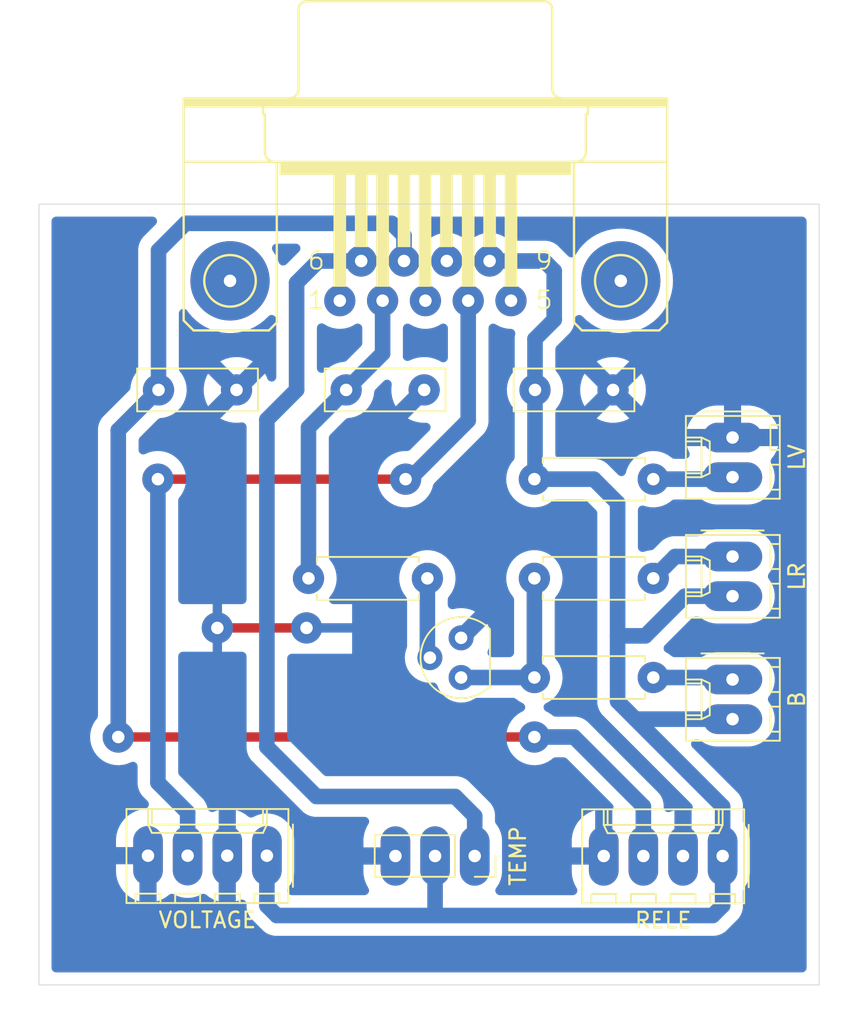
<source format=kicad_pcb>
(kicad_pcb (version 20211014) (generator pcbnew)
  (layers (0 "F.Cu" signal) (31 "B.Cu" signal) (34 "B.Paste" user) (35 "F.Paste" user) (36 "B.SilkS" user "B.Silkscreen") (37 "F.SilkS" user "F.Silkscreen") (38 "B.Mask" user) (39 "F.Mask" user) (44 "Edge.Cuts" user))
  (net 0 "")
  (net 1 "Net-(C1-Pad1)")
  (net 2 "GND")
  (net 3 "+5V")
  (net 4 "Net-(C4-Pad1)")
  (net 5 "Net-(JP1-Pad1)")
  (net 6 "Net-(LED0-Pad1)")
  (net 7 "Net-(Q1-Pad2)")
  (net 8 "Net-(Q1-Pad3)")
  (net 9 "Net-(R2-Pad2)")
  (net 10 "Net-(R3-Pad2)")
  (net 11 "Net-(VOLTAGE0-Pad2)")
  (footprint "Connector_Molex:Molex_KK-254_AE-6410-02A_1x02_P2.54mm_Vertical" (layer "F.Cu") (at 44.45 -27.432 -90)
    (fp_text reference "LR" (at 1.27 -4.12 90) (layer "F.SilkS"))
    (fp_text value "LED_ROJO" hide)
    (fp_line (start -0.8 -2.43) (end 0.8 -2.43) (layer "F.SilkS") (width 0.12))
    (fp_line (start 3.92 -3.03) (end -1.38 -3.03) (layer "F.SilkS") (width 0.12))
    (fp_line (start 1.74 -3.03) (end 1.74 -2.43) (layer "F.SilkS") (width 0.12))
    (fp_line (start 3.92 2.99) (end 3.92 -3.03) (layer "F.SilkS") (width 0.12))
    (fp_line (start 0.25 1.46) (end 2.29 1.46) (layer "F.SilkS") (width 0.12))
    (fp_line (start 0.8 -2.43) (end 0.8 -3.03) (layer "F.SilkS") (width 0.12))
    (fp_line (start -0.8 -3.03) (end -0.8 -2.43) (layer "F.SilkS") (width 0.12))
    (fp_line (start -1.38 -3.03) (end -1.38 2.99) (layer "F.SilkS") (width 0.12))
    (fp_line (start 2.29 2.99) (end 2.29 1.99) (layer "F.SilkS") (width 0.12))
    (fp_line (start -1.67 -2) (end -1.67 2) (layer "F.SilkS") (width 0.12))
    (fp_line (start 0 2.99) (end 0 1.99) (layer "F.SilkS") (width 0.12))
    (fp_line (start 2.29 1.46) (end 2.54 1.99) (layer "F.SilkS") (width 0.12))
    (fp_line (start 1.74 -2.43) (end 3.34 -2.43) (layer "F.SilkS") (width 0.12))
    (fp_line (start 3.34 -2.43) (end 3.34 -3.03) (layer "F.SilkS") (width 0.12))
    (fp_line (start -1.38 2.99) (end 3.92 2.99) (layer "F.SilkS") (width 0.12))
    (fp_line (start 2.54 1.99) (end 2.54 2.99) (layer "F.SilkS") (width 0.12))
    (fp_line (start 0 1.99) (end 0.25 1.46) (layer "F.SilkS") (width 0.12))
    (fp_line (start 0 1.99) (end 2.54 1.99) (layer "F.SilkS") (width 0.12))
    (fp_line (start 0.25 2.99) (end 0.25 1.99) (layer "F.SilkS") (width 0.12))
    (pad "1" thru_hole oval (at 2.54 0) (size 3.8 1.9) (drill 0.8) (layers *.Cu *.Mask) (net 3 "+5V"))
    (pad "2" thru_hole oval (at 0 0) (size 3.8 1.9) (drill 0.8) (layers *.Cu *.Mask) (net 10 "Net-(R3-Pad2)"))
  )
  (footprint "Connector_Molex:Molex_KK-254_AE-6410-04A_1x04_P2.54mm_Vertical" (layer "F.Cu") (at 14.605 -8.275 180)
    (fp_text reference "VOLTAGE" (at 3.81 -4.12) (layer "F.SilkS"))
    (fp_text value "22-23-2041" hide)
    (fp_line (start 7.37 1.46) (end 7.62 1.99) (layer "F.SilkS") (width 0.12))
    (fp_line (start -1.38 -3.03) (end -1.38 2.99) (layer "F.SilkS") (width 0.12))
    (fp_line (start 1.74 -2.43) (end 3.34 -2.43) (layer "F.SilkS") (width 0.12))
    (fp_line (start 7.37 2.99) (end 7.37 1.99) (layer "F.SilkS") (width 0.12))
    (fp_line (start 3.34 -2.43) (end 3.34 -3.03) (layer "F.SilkS") (width 0.12))
    (fp_line (start 0 1.99) (end 0.25 1.46) (layer "F.SilkS") (width 0.12))
    (fp_line (start 1.74 -3.03) (end 1.74 -2.43) (layer "F.SilkS") (width 0.12))
    (fp_line (start 0 2.99) (end 0 1.99) (layer "F.SilkS") (width 0.12))
    (fp_line (start -1.38 2.99) (end 9 2.99) (layer "F.SilkS") (width 0.12))
    (fp_line (start 0 1.99) (end 7.62 1.99) (layer "F.SilkS") (width 0.12))
    (fp_line (start -0.8 -3.03) (end -0.8 -2.43) (layer "F.SilkS") (width 0.12))
    (fp_line (start 6.82 -2.43) (end 8.42 -2.43) (layer "F.SilkS") (width 0.12))
    (fp_line (start 9 2.99) (end 9 -3.03) (layer "F.SilkS") (width 0.12))
    (fp_line (start -1.67 -2) (end -1.67 2) (layer "F.SilkS") (width 0.12))
    (fp_line (start 4.28 -2.43) (end 5.88 -2.43) (layer "F.SilkS") (width 0.12))
    (fp_line (start 0.25 1.46) (end 7.37 1.46) (layer "F.SilkS") (width 0.12))
    (fp_line (start 0.8 -2.43) (end 0.8 -3.03) (layer "F.SilkS") (width 0.12))
    (fp_line (start -0.8 -2.43) (end 0.8 -2.43) (layer "F.SilkS") (width 0.12))
    (fp_line (start 5.88 -2.43) (end 5.88 -3.03) (layer "F.SilkS") (width 0.12))
    (fp_line (start 8.42 -2.43) (end 8.42 -3.03) (layer "F.SilkS") (width 0.12))
    (fp_line (start 4.28 -3.03) (end 4.28 -2.43) (layer "F.SilkS") (width 0.12))
    (fp_line (start 9 -3.03) (end -1.38 -3.03) (layer "F.SilkS") (width 0.12))
    (fp_line (start 6.82 -3.03) (end 6.82 -2.43) (layer "F.SilkS") (width 0.12))
    (fp_line (start 7.62 1.99) (end 7.62 2.99) (layer "F.SilkS") (width 0.12))
    (fp_line (start 0.25 2.99) (end 0.25 1.99) (layer "F.SilkS") (width 0.12))
    (pad "1" thru_hole oval (at 7.62 0 270) (size 3.8 1.9) (drill 0.8) (layers *.Cu *.Mask) (net 2 "GND"))
    (pad "2" thru_hole oval (at 5.08 0 270) (size 3.8 1.9) (drill 0.8) (layers *.Cu *.Mask) (net 11 "Net-(VOLTAGE0-Pad2)"))
    (pad "3" thru_hole oval (at 2.54 0 270) (size 3.8 1.9) (drill 0.8) (layers *.Cu *.Mask) (net 2 "GND"))
    (pad "4" thru_hole oval (at 0 0 270) (size 3.8 1.9) (drill 0.8) (layers *.Cu *.Mask) (net 3 "+5V"))
  )
  (footprint "Connector_PinSocket_2.54mm:PinSocket_1x03_P2.54mm_Vertical" (layer "F.Cu") (at 27.925 -8.255 -90)
    (fp_text reference "TEMP" (at 0 -2.77 90) (layer "F.SilkS"))
    (fp_text value "PINHD-1X3" hide)
    (fp_line (start -1.33 6.41) (end 1.33 6.41) (layer "F.SilkS") (width 0.12))
    (fp_line (start -1.33 1.27) (end 1.33 1.27) (layer "F.SilkS") (width 0.12))
    (fp_line (start 1.33 -1.33) (end 1.33 0) (layer "F.SilkS") (width 0.12))
    (fp_line (start 1.33 1.27) (end 1.33 6.41) (layer "F.SilkS") (width 0.12))
    (fp_line (start -1.33 1.27) (end -1.33 6.41) (layer "F.SilkS") (width 0.12))
    (fp_line (start 0 -1.33) (end 1.33 -1.33) (layer "F.SilkS") (width 0.12))
    (pad "1" thru_hole oval (at 0 0 270) (size 3.8 1.9) (drill 0.8) (layers *.Cu *.Mask) (net 5 "Net-(JP1-Pad1)"))
    (pad "2" thru_hole oval (at 0 2.54 270) (size 3.8 1.9) (drill 0.8) (layers *.Cu *.Mask) (net 3 "+5V"))
    (pad "3" thru_hole oval (at 0 5.08 270) (size 3.8 1.9) (drill 0.8) (layers *.Cu *.Mask) (net 2 "GND"))
  )
  (footprint "Resistor_THT:R_Axial_DIN0207_L6.3mm_D2.5mm_P7.62mm_Horizontal" (layer "F.Cu") (at 31.75 -32.385)
    (fp_text reference "R4" hide)
    (fp_text value "470Ω")
    (fp_line (start 0.54 1.37) (end 7.08 1.37) (layer "F.SilkS") (width 0.12))
    (fp_line (start 0.54 -1.37) (end 7.08 -1.37) (layer "F.SilkS") (width 0.12))
    (fp_line (start 7.08 1.37) (end 7.08 1.04) (layer "F.SilkS") (width 0.12))
    (fp_line (start 7.08 -1.37) (end 7.08 -1.04) (layer "F.SilkS") (width 0.12))
    (fp_line (start 0.54 1.04) (end 0.54 1.37) (layer "F.SilkS") (width 0.12))
    (fp_line (start 0.54 -1.04) (end 0.54 -1.37) (layer "F.SilkS") (width 0.12))
    (pad "1" thru_hole circle (at 0 0) (size 2 2) (drill 0.8) (layers *.Cu *.Mask) (net 3 "+5V"))
    (pad "2" thru_hole circle (at 7.62 0) (size 2 2) (drill 0.8) (layers *.Cu *.Mask) (net 6 "Net-(LED0-Pad1)"))
  )
  (footprint "Connector_Molex:Molex_KK-254_AE-6410-02A_1x02_P2.54mm_Vertical" (layer "F.Cu") (at 44.45 -35.052 -90)
    (fp_text reference "LV" (at 1.27 -4.12 90) (layer "F.SilkS"))
    (fp_text value "LED_VERDE" hide)
    (fp_line (start 2.29 2.99) (end 2.29 1.99) (layer "F.SilkS") (width 0.12))
    (fp_line (start 0 2.99) (end 0 1.99) (layer "F.SilkS") (width 0.12))
    (fp_line (start 2.29 1.46) (end 2.54 1.99) (layer "F.SilkS") (width 0.12))
    (fp_line (start -0.8 -3.03) (end -0.8 -2.43) (layer "F.SilkS") (width 0.12))
    (fp_line (start 0.25 1.46) (end 2.29 1.46) (layer "F.SilkS") (width 0.12))
    (fp_line (start 0.8 -2.43) (end 0.8 -3.03) (layer "F.SilkS") (width 0.12))
    (fp_line (start -1.67 -2) (end -1.67 2) (layer "F.SilkS") (width 0.12))
    (fp_line (start 1.74 -2.43) (end 3.34 -2.43) (layer "F.SilkS") (width 0.12))
    (fp_line (start -1.38 -3.03) (end -1.38 2.99) (layer "F.SilkS") (width 0.12))
    (fp_line (start 1.74 -3.03) (end 1.74 -2.43) (layer "F.SilkS") (width 0.12))
    (fp_line (start 0 1.99) (end 2.54 1.99) (layer "F.SilkS") (width 0.12))
    (fp_line (start -0.8 -2.43) (end 0.8 -2.43) (layer "F.SilkS") (width 0.12))
    (fp_line (start 0 1.99) (end 0.25 1.46) (layer "F.SilkS") (width 0.12))
    (fp_line (start 3.92 2.99) (end 3.92 -3.03) (layer "F.SilkS") (width 0.12))
    (fp_line (start -1.38 2.99) (end 3.92 2.99) (layer "F.SilkS") (width 0.12))
    (fp_line (start 3.34 -2.43) (end 3.34 -3.03) (layer "F.SilkS") (width 0.12))
    (fp_line (start 3.92 -3.03) (end -1.38 -3.03) (layer "F.SilkS") (width 0.12))
    (fp_line (start 2.54 1.99) (end 2.54 2.99) (layer "F.SilkS") (width 0.12))
    (fp_line (start 0.25 2.99) (end 0.25 1.99) (layer "F.SilkS") (width 0.12))
    (pad "1" thru_hole oval (at 2.54 0) (size 3.8 1.9) (drill 0.8) (layers *.Cu *.Mask) (net 6 "Net-(LED0-Pad1)"))
    (pad "2" thru_hole oval (at 0 0) (size 3.8 1.9) (drill 0.8) (layers *.Cu *.Mask) (net 2 "GND"))
  )
  (footprint "Capacitor_THT:C_Disc_D7.5mm_W2.5mm_P5.00mm" (layer "F.Cu") (at 19.685 -38.1)
    (fp_text reference "C1" hide)
    (fp_text value "10nF")
    (fp_line (start -1.37 -1.37) (end 6.37 -1.37) (layer "F.SilkS") (width 0.12))
    (fp_line (start 6.37 -1.37) (end 6.37 1.37) (layer "F.SilkS") (width 0.12))
    (fp_line (start -1.37 -1.37) (end -1.37 1.37) (layer "F.SilkS") (width 0.12))
    (fp_line (start -1.37 1.37) (end 6.37 1.37) (layer "F.SilkS") (width 0.12))
    (pad "1" thru_hole circle (at 0 0) (size 2 2) (drill 0.8) (layers *.Cu *.Mask) (net 1 "Net-(C1-Pad1)"))
    (pad "2" thru_hole circle (at 5 0) (size 2 2) (drill 0.8) (layers *.Cu *.Mask) (net 2 "GND"))
  )
  (footprint "Capacitor_THT:C_Disc_D7.5mm_W2.5mm_P5.00mm" (layer "F.Cu") (at 7.66 -38.1)
    (fp_text reference "C4" hide)
    (fp_text value "10nF")
    (fp_line (start -1.37 -1.37) (end -1.37 1.37) (layer "F.SilkS") (width 0.12))
    (fp_line (start 6.37 -1.37) (end 6.37 1.37) (layer "F.SilkS") (width 0.12))
    (fp_line (start -1.37 1.37) (end 6.37 1.37) (layer "F.SilkS") (width 0.12))
    (fp_line (start -1.37 -1.37) (end 6.37 -1.37) (layer "F.SilkS") (width 0.12))
    (pad "1" thru_hole circle (at 0 0) (size 2 2) (drill 0.8) (layers *.Cu *.Mask) (net 4 "Net-(C4-Pad1)"))
    (pad "2" thru_hole circle (at 5 0) (size 2 2) (drill 0.8) (layers *.Cu *.Mask) (net 2 "GND"))
  )
  (footprint "Resistor_THT:R_Axial_DIN0207_L6.3mm_D2.5mm_P7.62mm_Horizontal" (layer "F.Cu") (at 31.75 -26.035)
    (fp_text reference "R3" hide)
    (fp_text value "470Ω")
    (fp_line (start 0.54 1.37) (end 7.08 1.37) (layer "F.SilkS") (width 0.12))
    (fp_line (start 0.54 -1.37) (end 7.08 -1.37) (layer "F.SilkS") (width 0.12))
    (fp_line (start 7.08 1.37) (end 7.08 1.04) (layer "F.SilkS") (width 0.12))
    (fp_line (start 0.54 1.04) (end 0.54 1.37) (layer "F.SilkS") (width 0.12))
    (fp_line (start 0.54 -1.04) (end 0.54 -1.37) (layer "F.SilkS") (width 0.12))
    (fp_line (start 7.08 -1.37) (end 7.08 -1.04) (layer "F.SilkS") (width 0.12))
    (pad "1" thru_hole circle (at 0 0) (size 2 2) (drill 0.8) (layers *.Cu *.Mask) (net 8 "Net-(Q1-Pad3)"))
    (pad "2" thru_hole circle (at 7.62 0) (size 2 2) (drill 0.8) (layers *.Cu *.Mask) (net 10 "Net-(R3-Pad2)"))
  )
  (footprint "Connector_Molex:Molex_KK-254_AE-6410-02A_1x02_P2.54mm_Vertical" (layer "F.Cu") (at 44.45 -19.558 -90)
    (fp_text reference "B" (at 1.27 -4.12 90) (layer "F.SilkS"))
    (fp_text value "BUZZER" hide)
    (fp_line (start 0.25 2.99) (end 0.25 1.99) (layer "F.SilkS") (width 0.12))
    (fp_line (start 1.74 -2.43) (end 3.34 -2.43) (layer "F.SilkS") (width 0.12))
    (fp_line (start -1.38 2.99) (end 3.92 2.99) (layer "F.SilkS") (width 0.12))
    (fp_line (start 0.8 -2.43) (end 0.8 -3.03) (layer "F.SilkS") (width 0.12))
    (fp_line (start 0 1.99) (end 0.25 1.46) (layer "F.SilkS") (width 0.12))
    (fp_line (start 2.29 2.99) (end 2.29 1.99) (layer "F.SilkS") (width 0.12))
    (fp_line (start 3.34 -2.43) (end 3.34 -3.03) (layer "F.SilkS") (width 0.12))
    (fp_line (start -1.38 -3.03) (end -1.38 2.99) (layer "F.SilkS") (width 0.12))
    (fp_line (start 1.74 -3.03) (end 1.74 -2.43) (layer "F.SilkS") (width 0.12))
    (fp_line (start -0.8 -3.03) (end -0.8 -2.43) (layer "F.SilkS") (width 0.12))
    (fp_line (start 3.92 -3.03) (end -1.38 -3.03) (layer "F.SilkS") (width 0.12))
    (fp_line (start -0.8 -2.43) (end 0.8 -2.43) (layer "F.SilkS") (width 0.12))
    (fp_line (start -1.67 -2) (end -1.67 2) (layer "F.SilkS") (width 0.12))
    (fp_line (start 0.25 1.46) (end 2.29 1.46) (layer "F.SilkS") (width 0.12))
    (fp_line (start 2.29 1.46) (end 2.54 1.99) (layer "F.SilkS") (width 0.12))
    (fp_line (start 0 1.99) (end 2.54 1.99) (layer "F.SilkS") (width 0.12))
    (fp_line (start 3.92 2.99) (end 3.92 -3.03) (layer "F.SilkS") (width 0.12))
    (fp_line (start 2.54 1.99) (end 2.54 2.99) (layer "F.SilkS") (width 0.12))
    (fp_line (start 0 2.99) (end 0 1.99) (layer "F.SilkS") (width 0.12))
    (pad "1" thru_hole oval (at 2.54 0) (size 3.8 1.9) (drill 0.8) (layers *.Cu *.Mask) (net 3 "+5V"))
    (pad "2" thru_hole oval (at 0 0) (size 3.8 1.9) (drill 0.8) (layers *.Cu *.Mask) (net 9 "Net-(R2-Pad2)"))
  )
  (footprint "Resistor_THT:R_Axial_DIN0207_L6.3mm_D2.5mm_P7.62mm_Horizontal" (layer "F.Cu") (at 31.75 -19.685)
    (fp_text reference "R2" hide)
    (fp_text value "1kΩ")
    (fp_line (start 0.54 1.04) (end 0.54 1.37) (layer "F.SilkS") (width 0.12))
    (fp_line (start 7.08 -1.37) (end 7.08 -1.04) (layer "F.SilkS") (width 0.12))
    (fp_line (start 0.54 1.37) (end 7.08 1.37) (layer "F.SilkS") (width 0.12))
    (fp_line (start 7.08 1.37) (end 7.08 1.04) (layer "F.SilkS") (width 0.12))
    (fp_line (start 0.54 -1.37) (end 7.08 -1.37) (layer "F.SilkS") (width 0.12))
    (fp_line (start 0.54 -1.04) (end 0.54 -1.37) (layer "F.SilkS") (width 0.12))
    (pad "1" thru_hole circle (at 0 0) (size 2 2) (drill 0.8) (layers *.Cu *.Mask) (net 8 "Net-(Q1-Pad3)"))
    (pad "2" thru_hole circle (at 7.62 0) (size 2 2) (drill 0.8) (layers *.Cu *.Mask) (net 9 "Net-(R2-Pad2)"))
  )
  (footprint "Resistor_THT:R_Axial_DIN0207_L6.3mm_D2.5mm_P7.62mm_Horizontal" (layer "F.Cu") (at 24.892 -26.035 180)
    (fp_text reference "R1" hide)
    (fp_text value "10kΩ")
    (fp_line (start 0.54 -1.04) (end 0.54 -1.37) (layer "F.SilkS") (width 0.12))
    (fp_line (start 7.08 -1.37) (end 7.08 -1.04) (layer "F.SilkS") (width 0.12))
    (fp_line (start 0.54 1.37) (end 7.08 1.37) (layer "F.SilkS") (width 0.12))
    (fp_line (start 0.54 1.04) (end 0.54 1.37) (layer "F.SilkS") (width 0.12))
    (fp_line (start 7.08 1.37) (end 7.08 1.04) (layer "F.SilkS") (width 0.12))
    (fp_line (start 0.54 -1.37) (end 7.08 -1.37) (layer "F.SilkS") (width 0.12))
    (pad "1" thru_hole circle (at 0 0 180) (size 2 2) (drill 0.8) (layers *.Cu *.Mask) (net 7 "Net-(Q1-Pad2)"))
    (pad "2" thru_hole circle (at 7.62 0 180) (size 2 2) (drill 0.8) (layers *.Cu *.Mask) (net 1 "Net-(C1-Pad1)"))
  )
  (footprint "Connector_Molex:Molex_KK-254_AE-6410-04A_1x04_P2.54mm_Vertical" (layer "F.Cu") (at 43.815 -8.255 180)
    (fp_text reference "RELE" (at 3.81 -4.12) (layer "F.SilkS"))
    (fp_text value "22-23-2041" hide)
    (fp_line (start 0 1.99) (end 7.62 1.99) (layer "F.SilkS") (width 0.12))
    (fp_line (start 7.62 1.99) (end 7.62 2.99) (layer "F.SilkS") (width 0.12))
    (fp_line (start -1.38 2.99) (end 9 2.99) (layer "F.SilkS") (width 0.12))
    (fp_line (start 8.42 -2.43) (end 8.42 -3.03) (layer "F.SilkS") (width 0.12))
    (fp_line (start 7.37 1.46) (end 7.62 1.99) (layer "F.SilkS") (width 0.12))
    (fp_line (start 1.74 -2.43) (end 3.34 -2.43) (layer "F.SilkS") (width 0.12))
    (fp_line (start 1.74 -3.03) (end 1.74 -2.43) (layer "F.SilkS") (width 0.12))
    (fp_line (start 0 2.99) (end 0 1.99) (layer "F.SilkS") (width 0.12))
    (fp_line (start -1.67 -2) (end -1.67 2) (layer "F.SilkS") (width 0.12))
    (fp_line (start 6.82 -3.03) (end 6.82 -2.43) (layer "F.SilkS") (width 0.12))
    (fp_line (start -0.8 -2.43) (end 0.8 -2.43) (layer "F.SilkS") (width 0.12))
    (fp_line (start -1.38 -3.03) (end -1.38 2.99) (layer "F.SilkS") (width 0.12))
    (fp_line (start 3.34 -2.43) (end 3.34 -3.03) (layer "F.SilkS") (width 0.12))
    (fp_line (start 6.82 -2.43) (end 8.42 -2.43) (layer "F.SilkS") (width 0.12))
    (fp_line (start 0.25 2.99) (end 0.25 1.99) (layer "F.SilkS") (width 0.12))
    (fp_line (start 7.37 2.99) (end 7.37 1.99) (layer "F.SilkS") (width 0.12))
    (fp_line (start 4.28 -2.43) (end 5.88 -2.43) (layer "F.SilkS") (width 0.12))
    (fp_line (start 0.25 1.46) (end 7.37 1.46) (layer "F.SilkS") (width 0.12))
    (fp_line (start 0.8 -2.43) (end 0.8 -3.03) (layer "F.SilkS") (width 0.12))
    (fp_line (start 0 1.99) (end 0.25 1.46) (layer "F.SilkS") (width 0.12))
    (fp_line (start 9 -3.03) (end -1.38 -3.03) (layer "F.SilkS") (width 0.12))
    (fp_line (start -0.8 -3.03) (end -0.8 -2.43) (layer "F.SilkS") (width 0.12))
    (fp_line (start 4.28 -3.03) (end 4.28 -2.43) (layer "F.SilkS") (width 0.12))
    (fp_line (start 9 2.99) (end 9 -3.03) (layer "F.SilkS") (width 0.12))
    (fp_line (start 5.88 -2.43) (end 5.88 -3.03) (layer "F.SilkS") (width 0.12))
    (pad "1" thru_hole oval (at 7.62 0 270) (size 3.8 1.9) (drill 0.8) (layers *.Cu *.Mask) (net 2 "GND"))
    (pad "2" thru_hole oval (at 5.08 0 270) (size 3.8 1.9) (drill 0.8) (layers *.Cu *.Mask) (net 4 "Net-(C4-Pad1)"))
    (pad "3" thru_hole oval (at 2.54 0 270) (size 3.8 1.9) (drill 0.8) (layers *.Cu *.Mask) (net 2 "GND"))
    (pad "4" thru_hole oval (at 0 0 270) (size 3.8 1.9) (drill 0.8) (layers *.Cu *.Mask) (net 3 "+5V"))
  )
  (footprint "Package_TO_SOT_THT:TO-92" (layer "F.Cu") (at 27.0525 -19.685 90)
    (fp_text reference "Q1" hide)
    (fp_text value "BC337")
    (fp_line (start -0.53 1.85) (end 3.07 1.85) (layer "F.SilkS") (width 0.12))
    (fp_arc (start 1.27 -2.6) (mid 3.672087 -0.994977) (end 3.108478 1.838478) (layer "F.SilkS") (width 0.12))
    (fp_arc (start -0.568478 1.838478) (mid -1.132087 -0.994977) (end 1.27 -2.6) (layer "F.SilkS") (width 0.12))
    (pad "1" thru_hole circle (at 2.54 0 90) (size 1.6 1.6) (drill 0.8) (layers *.Cu *.Mask) (net 2 "GND"))
    (pad "2" thru_hole circle (at 1.27 -2 90) (size 1.6 1.6) (drill 0.8) (layers *.Cu *.Mask) (net 7 "Net-(Q1-Pad2)"))
    (pad "3" thru_hole circle (at 0 0 90) (size 1.6 1.6) (drill 0.8) (layers *.Cu *.Mask) (net 8 "Net-(Q1-Pad3)"))
  )
  (footprint "hub_interior:F09HP" (layer "F.Cu") (at 24.765 -45.085)
    (fp_text reference "X1" hide)
    (fp_text value "F09HP" hide)
    (fp_text user "9" (at 6.985 -0.635) (layer "F.SilkS") (effects (font (size 1.143 1.143) (thickness 0.127)) (justify left bottom)))
    (fp_text user "1" (at -7.62 1.905) (layer "F.SilkS") (effects (font (size 1.143 1.143) (thickness 0.127)) (justify left bottom)))
    (fp_text user "6" (at -7.62 -0.635) (layer "F.SilkS") (effects (font (size 1.143 1.143) (thickness 0.127)) (justify left bottom)))
    (fp_text user "5" (at 6.985 1.905) (layer "F.SilkS") (effects (font (size 1.143 1.143) (thickness 0.127)) (justify left bottom)))
    (fp_line (start -15.494 -7.62) (end -15.494 -7.493) (layer "F.SilkS") (width 0.1524))
    (fp_line (start -15.494 -11.176) (end -15.494 -11.684) (layer "F.SilkS") (width 0.1524))
    (fp_line (start -7.62 -17.907) (end -7.366 -17.907) (layer "F.SilkS") (width 0.1524))
    (fp_line (start -10.414 -10.668) (end -10.287 -10.668) (layer "F.SilkS") (width 0.1524))
    (fp_line (start 14.986 3.175) (end 15.494 2.667) (layer "F.SilkS") (width 0.1524))
    (fp_line (start 9.525 2.667) (end 9.525 -7.62) (layer "F.SilkS") (width 0.1524))
    (fp_line (start -9.271 -7.62) (end 9.271 -7.62) (layer "F.SilkS") (width 0.1524))
    (fp_line (start -9.271 -7.62) (end -9.271 -6.858) (layer "F.SilkS") (width 0.1524))
    (fp_line (start 7.366 -17.907) (end 7.62 -17.907) (layer "F.SilkS") (width 0.1524))
    (fp_line (start -15.494 -7.62) (end -15.494 -10.668) (layer "F.SilkS") (width 0.1524))
    (fp_line (start -7.747 -11.684) (end 7.747 -11.684) (layer "F.SilkS") (width 0.1524))
    (fp_line (start 7.747 -11.684) (end 15.494 -11.684) (layer "F.SilkS") (width 0.1524))
    (fp_line (start 8.128 -12.319) (end 8.128 -17.399) (layer "F.SilkS") (width 0.1524))
    (fp_line (start 10.033 3.175) (end 14.986 3.175) (layer "F.SilkS") (width 0.1524))
    (fp_line (start -15.494 -7.62) (end -10.414 -7.62) (layer "F.SilkS") (width 0.1524))
    (fp_line (start 15.494 -7.62) (end 15.494 -7.493) (layer "F.SilkS") (width 0.1524))
    (fp_line (start 15.494 -10.668) (end 15.494 -7.62) (layer "F.SilkS") (width 0.1524))
    (fp_line (start -15.494 2.54) (end -15.494 -7.493) (layer "F.SilkS") (width 0.1524))
    (fp_line (start 9.525 2.667) (end 10.033 3.175) (layer "F.SilkS") (width 0.1524))
    (fp_line (start -7.366 -17.907) (end 7.366 -17.907) (layer "F.SilkS") (width 0.1524))
    (fp_line (start -10.414 -11.176) (end 10.414 -11.176) (layer "F.SilkS") (width 0.1524))
    (fp_line (start -15.494 -11.176) (end -12.954 -11.176) (layer "F.SilkS") (width 0.1524))
    (fp_line (start -9.271 -6.858) (end 9.271 -6.858) (layer "F.SilkS") (width 0.1524))
    (fp_line (start -10.414 -7.62) (end -9.525 -7.62) (layer "F.SilkS") (width 0.1524))
    (fp_line (start -10.033 3.175) (end -9.525 2.667) (layer "F.SilkS") (width 0.1524))
    (fp_line (start -10.414 -10.668) (end -10.414 -11.176) (layer "F.SilkS") (width 0.1524))
    (fp_line (start 10.414 -7.62) (end 15.494 -7.62) (layer "F.SilkS") (width 0.1524))
    (fp_line (start -10.287 -8.255) (end -10.287 -10.668) (layer "F.SilkS") (width 0.1524))
    (fp_line (start -9.525 2.667) (end -9.525 -7.62) (layer "F.SilkS") (width 0.1524))
    (fp_line (start 10.414 -11.176) (end 12.954 -11.176) (layer "F.SilkS") (width 0.1524))
    (fp_line (start -12.954 -11.176) (end -10.414 -11.176) (layer "F.SilkS") (width 0.1524))
    (fp_line (start -14.859 3.175) (end -15.494 2.54) (layer "F.SilkS") (width 0.1524))
    (fp_line (start 10.287 -8.255) (end 10.287 -10.668) (layer "F.SilkS") (width 0.1524))
    (fp_line (start 9.271 -7.62) (end 9.271 -6.858) (layer "F.SilkS") (width 0.1524))
    (fp_line (start -8.128 -12.319) (end -8.128 -17.399) (layer "F.SilkS") (width 0.1524))
    (fp_line (start 10.287 -10.668) (end 10.414 -10.668) (layer "F.SilkS") (width 0.1524))
    (fp_line (start -15.494 -10.668) (end -15.494 -11.176) (layer "F.SilkS") (width 0.1524))
    (fp_line (start 9.525 -7.62) (end 10.414 -7.62) (layer "F.SilkS") (width 0.1524))
    (fp_line (start 12.954 -11.176) (end 15.494 -11.176) (layer "F.SilkS") (width 0.1524))
    (fp_line (start 10.414 -10.668) (end 10.414 -11.176) (layer "F.SilkS") (width 0.1524))
    (fp_line (start 15.494 -11.684) (end 15.494 -11.176) (layer "F.SilkS") (width 0.1524))
    (fp_line (start 15.494 2.667) (end 15.494 -7.493) (layer "F.SilkS") (width 0.1524))
    (fp_line (start 15.494 -11.176) (end 15.494 -10.668) (layer "F.SilkS") (width 0.1524))
    (fp_line (start -10.033 3.175) (end -14.859 3.175) (layer "F.SilkS") (width 0.1524))
    (fp_line (start -9.525 -7.62) (end -9.271 -7.62) (layer "F.SilkS") (width 0.1524))
    (fp_line (start 9.271 -7.62) (end 9.525 -7.62) (layer "F.SilkS") (width 0.1524))
    (fp_line (start -15.494 -11.684) (end -7.747 -11.684) (layer "F.SilkS") (width 0.1524))
    (fp_arc (start -9.652 -7.62) (mid -10.101013 -7.805987) (end -10.287 -8.255) (layer "F.SilkS") (width 0.1524))
    (fp_arc (start 8.763 -11.684) (mid 8.313987 -11.869987) (end 8.128 -12.319) (layer "F.SilkS") (width 0.1524))
    (fp_arc (start -8.128 -17.399) (mid -7.97921 -17.75821) (end -7.62 -17.907) (layer "F.SilkS") (width 0.1524))
    (fp_arc (start 10.287 -8.255) (mid 10.101013 -7.805987) (end 9.652 -7.62) (layer "F.SilkS") (width 0.1524))
    (fp_arc (start -8.128 -12.319) (mid -8.313987 -11.869987) (end -8.763 -11.684) (layer "F.SilkS") (width 0.1524))
    (fp_arc (start 7.62 -17.907) (mid 7.97921 -17.75821) (end 8.128 -17.399) (layer "F.SilkS") (width 0.1524))
    (fp_circle (center 12.5222 0) (end 14.1732 0) (layer "F.SilkS") (width 0.1524) (fill none))
    (fp_circle (center -12.5222 0) (end -10.8712 0) (layer "F.SilkS") (width 0.1524) (fill none))
    (fp_poly (pts (xy 2.3368 0.381) (xy 3.1496 0.381) (xy 3.1496 -6.858) (xy 2.3368 -6.858)) (layer "F.SilkS") (width 0) (fill solid))
    (fp_poly (pts (xy 3.7084 -2.159) (xy 4.5212 -2.159) (xy 4.5212 -6.858) (xy 3.7084 -6.858)) (layer "F.SilkS") (width 0) (fill solid))
    (fp_poly (pts (xy -1.778 -2.159) (xy -0.9652 -2.159) (xy -0.9652 -6.858) (xy -1.778 -6.858)) (layer "F.SilkS") (width 0) (fill solid))
    (fp_poly (pts (xy -15.494 -11.176) (xy 15.494 -11.176) (xy 15.494 -11.684) (xy -15.494 -11.684)) (layer "F.SilkS") (width 0) (fill solid))
    (fp_poly (pts (xy -9.271 -6.858) (xy 9.271 -6.858) (xy 9.271 -7.62) (xy -9.271 -7.62)) (layer "F.SilkS") (width 0) (fill solid))
    (fp_poly (pts (xy -3.1496 0.381) (xy -2.3368 0.381) (xy -2.3368 -6.858) (xy -3.1496 -6.858)) (layer "F.SilkS") (width 0) (fill solid))
    (fp_poly (pts (xy 5.08 0.381) (xy 5.8928 0.381) (xy 5.8928 -6.858) (xy 5.08 -6.858)) (layer "F.SilkS") (width 0) (fill solid))
    (fp_poly (pts (xy 0.9398 -2.159) (xy 1.7526 -2.159) (xy 1.7526 -6.858) (xy 0.9398 -6.858)) (layer "F.SilkS") (width 0) (fill solid))
    (fp_poly (pts (xy -0.4318 0.381) (xy 0.381 0.381) (xy 0.381 -6.858) (xy -0.4318 -6.858)) (layer "F.SilkS") (width 0) (fill solid))
    (fp_poly (pts (xy -5.8928 0.381) (xy -5.08 0.381) (xy -5.08 -6.858) (xy -5.8928 -6.858)) (layer "F.SilkS") (width 0) (fill solid))
    (fp_poly (pts (xy -4.5212 -2.159) (xy -3.7084 -2.159) (xy -3.7084 -6.858) (xy -4.5212 -6.858)) (layer "F.SilkS") (width 0) (fill solid))
    (pad "1" thru_hole circle (at -5.4864 1.27) (size 2 2) (drill 0.8) (layers *.Cu *.Mask))
    (pad "2" thru_hole circle (at -2.7432 1.27) (size 2 2) (drill 0.8) (layers *.Cu *.Mask) (net 1 "Net-(C1-Pad1)"))
    (pad "3" thru_hole circle (at 0 1.27) (size 2 2) (drill 0.8) (layers *.Cu *.Mask))
    (pad "4" thru_hole circle (at 2.7432 1.27) (size 2 2) (drill 0.8) (layers *.Cu *.Mask) (net 11 "Net-(VOLTAGE0-Pad2)"))
    (pad "5" thru_hole circle (at 5.4864 1.27) (size 2 2) (drill 0.8) (layers *.Cu *.Mask))
    (pad "6" thru_hole circle (at -4.1148 -1.27) (size 2 2) (drill 0.8) (layers *.Cu *.Mask) (net 5 "Net-(JP1-Pad1)"))
    (pad "7" thru_hole circle (at -1.3716 -1.27) (size 2 2) (drill 0.8) (layers *.Cu *.Mask) (net 4 "Net-(C4-Pad1)"))
    (pad "8" thru_hole circle (at 1.3716 -1.27) (size 2 2) (drill 0.8) (layers *.Cu *.Mask))
    (pad "9" thru_hole circle (at 4.1148 -1.27) (size 2 2) (drill 0.8) (layers *.Cu *.Mask) (net 3 "+5V"))
    (pad "G1" thru_hole circle (at -12.5222 0) (size 5.08 5.08) (drill 0.8) (layers *.Cu *.Mask))
    (pad "G2" thru_hole circle (at 12.5222 0) (size 5.08 5.08) (drill 0.8) (layers *.Cu *.Mask))
  )
  (footprint "Capacitor_THT:C_Disc_D7.5mm_W2.5mm_P5.00mm" (layer "F.Cu") (at 31.79 -38.1)
    (fp_text reference "C2" hide)
    (fp_text value "10nF")
    (fp_line (start -1.37 -1.37) (end -1.37 1.37) (layer "F.SilkS") (width 0.12))
    (fp_line (start 6.37 -1.37) (end 6.37 1.37) (layer "F.SilkS") (width 0.12))
    (fp_line (start -1.37 1.37) (end 6.37 1.37) (layer "F.SilkS") (width 0.12))
    (fp_line (start -1.37 -1.37) (end 6.37 -1.37) (layer "F.SilkS") (width 0.12))
    (pad "1" thru_hole circle (at 0 0) (size 2 2) (drill 0.8) (layers *.Cu *.Mask) (net 3 "+5V"))
    (pad "2" thru_hole circle (at 5 0) (size 2 2) (drill 0.8) (layers *.Cu *.Mask) (net 2 "GND"))
  )
  (gr_line (start 50 0) (end 0 0) (layer "Edge.Cuts") (width 0.05))
  (gr_line (start 0 0) (end 0 -50) (layer "Edge.Cuts") (width 0.05))
  (gr_line (start 50 -50) (end 50 0) (layer "Edge.Cuts") (width 0.05))
  (gr_line (start 0 -50) (end 50 -50) (layer "Edge.Cuts") (width 0.05))
  (segment (start 22.0218 -43.815) (end 22.0218 -40.4368) (width 1) (layer "B.Cu") (net 1))
  (segment (start 17.272 -35.687) (end 19.685 -38.1) (width 1) (layer "B.Cu") (net 1))
  (segment (start 22.0218 -40.4368) (end 19.685 -38.1) (width 1) (layer "B.Cu") (net 1))
  (segment (start 17.272 -26.035) (end 17.272 -35.687) (width 1) (layer "B.Cu") (net 1))
  (segment (start 17.145 -22.86) (end 11.43 -22.86) (width 0.6) (layer "F.Cu") (net 2))
  (via (at 17.145 -22.86) (size 2) (drill 0.8) (layers "F.Cu" "B.Cu") (net 2))
  (via (at 11.43 -22.86) (size 2) (drill 0.8) (layers "F.Cu" "B.Cu") (net 2))
  (segment (start 11.43 -22.86) (end 11.43 -25.654) (width 0.6) (layer "B.Cu") (net 2))
  (segment (start 17.145 -22.86) (end 21.59 -22.86) (width 0.6) (layer "B.Cu") (net 2))
  (segment (start 11.43 -22.86) (end 11.43 -20.955) (width 0.6) (layer "B.Cu") (net 2))
  (segment (start 38.227 -17.018) (end 37.084 -18.161) (width 1) (layer "B.Cu") (net 3))
  (segment (start 25.385 -8.255) (end 25.385 -4.46) (width 1) (layer "B.Cu") (net 3))
  (segment (start 44.45 -17.018) (end 38.227 -17.018) (width 1) (layer "B.Cu") (net 3))
  (segment (start 25.385 -4.46) (end 25.4 -4.445) (width 1) (layer "B.Cu") (net 3))
  (segment (start 43.815 -5.08) (end 43.18 -4.445) (width 1) (layer "B.Cu") (net 3))
  (segment (start 37.084 -30.861) (end 37.084 -22.352) (width 1) (layer "B.Cu") (net 3))
  (segment (start 31.79 -41.362) (end 33.02 -42.592) (width 1) (layer "B.Cu") (net 3))
  (segment (start 33.02 -45.72) (end 32.385 -46.355) (width 1) (layer "B.Cu") (net 3))
  (segment (start 38.862 -22.352) (end 37.084 -22.352) (width 1) (layer "B.Cu") (net 3))
  (segment (start 43.815 -8.255) (end 43.815 -5.08) (width 1) (layer "B.Cu") (net 3))
  (segment (start 31.79 -32.425) (end 31.75 -32.385) (width 1) (layer "B.Cu") (net 3))
  (segment (start 33.02 -42.592) (end 33.02 -45.72) (width 1) (layer "B.Cu") (net 3))
  (segment (start 38.227 -17.018) (end 43.815 -11.43) (width 1) (layer "B.Cu") (net 3))
  (segment (start 14.605 -5.08) (end 14.605 -8.275) (width 1) (layer "B.Cu") (net 3))
  (segment (start 31.75 -32.385) (end 35.56 -32.385) (width 1) (layer "B.Cu") (net 3))
  (segment (start 15.24 -4.445) (end 14.605 -5.08) (width 1) (layer "B.Cu") (net 3))
  (segment (start 43.18 -4.445) (end 25.4 -4.445) (width 1) (layer "B.Cu") (net 3))
  (segment (start 37.084 -18.161) (end 37.084 -22.352) (width 1) (layer "B.Cu") (net 3))
  (segment (start 44.45 -24.892) (end 41.402 -24.892) (width 1) (layer "B.Cu") (net 3))
  (segment (start 41.402 -24.892) (end 38.862 -22.352) (width 1) (layer "B.Cu") (net 3))
  (segment (start 35.56 -32.385) (end 37.084 -30.861) (width 1) (layer "B.Cu") (net 3))
  (segment (start 43.815 -11.43) (end 43.815 -8.255) (width 1) (layer "B.Cu") (net 3))
  (segment (start 32.385 -46.355) (end 28.8798 -46.355) (width 1) (layer "B.Cu") (net 3))
  (segment (start 25.4 -4.445) (end 15.24 -4.445) (width 1) (layer "B.Cu") (net 3))
  (segment (start 31.79 -38.1) (end 31.79 -32.425) (width 1) (layer "B.Cu") (net 3))
  (segment (start 31.79 -38.1) (end 31.79 -41.362) (width 1) (layer "B.Cu") (net 3))
  (segment (start 5.08 -15.875) (end 31.75 -15.875) (width 0.6) (layer "F.Cu") (net 4))
  (via (at 31.75 -15.875) (size 2) (drill 0.8) (layers "F.Cu" "B.Cu") (net 4))
  (via (at 5.08 -15.875) (size 2) (drill 0.8) (layers "F.Cu" "B.Cu") (net 4))
  (segment (start 34.29 -15.875) (end 38.735 -11.43) (width 1) (layer "B.Cu") (net 4))
  (segment (start 9.398 -48.768) (end 22.606 -48.768) (width 1) (layer "B.Cu") (net 4))
  (segment (start 5.08 -35.52) (end 7.66 -38.1) (width 1) (layer "B.Cu") (net 4))
  (segment (start 23.3934 -47.9806) (end 23.3934 -46.355) (width 1) (layer "B.Cu") (net 4))
  (segment (start 38.735 -11.43) (end 38.735 -8.255) (width 1) (layer "B.Cu") (net 4))
  (segment (start 22.606 -48.768) (end 23.3934 -47.9806) (width 1) (layer "B.Cu") (net 4))
  (segment (start 31.75 -15.875) (end 34.29 -15.875) (width 1) (layer "B.Cu") (net 4))
  (segment (start 5.08 -15.875) (end 5.08 -35.52) (width 1) (layer "B.Cu") (net 4))
  (segment (start 7.66 -38.1) (end 7.66 -47.03) (width 1) (layer "B.Cu") (net 4))
  (segment (start 7.66 -47.03) (end 9.398 -48.768) (width 1) (layer "B.Cu") (net 4))
  (segment (start 16.51 -44.958) (end 17.907 -46.355) (width 1) (layer "B.Cu") (net 5))
  (segment (start 17.78 -12.065) (end 14.605 -15.24) (width 1) (layer "B.Cu") (net 5))
  (segment (start 26.67 -12.065) (end 17.78 -12.065) (width 1) (layer "B.Cu") (net 5))
  (segment (start 27.925 -8.255) (end 27.925 -10.81) (width 1) (layer "B.Cu") (net 5))
  (segment (start 14.605 -36.195) (end 16.51 -38.1) (width 1) (layer "B.Cu") (net 5))
  (segment (start 27.925 -10.81) (end 26.67 -12.065) (width 1) (layer "B.Cu") (net 5))
  (segment (start 17.907 -46.355) (end 20.6502 -46.355) (width 1) (layer "B.Cu") (net 5))
  (segment (start 14.605 -15.24) (end 14.605 -36.195) (width 1) (layer "B.Cu") (net 5))
  (segment (start 16.51 -38.1) (end 16.51 -44.958) (width 1) (layer "B.Cu") (net 5))
  (segment (start 39.37 -32.385) (end 44.323 -32.385) (width 1) (layer "B.Cu") (net 6))
  (segment (start 44.323 -32.385) (end 44.45 -32.512) (width 1) (layer "B.Cu") (net 6))
  (segment (start 24.892 -26.035) (end 24.892 -21.1155) (width 1) (layer "B.Cu") (net 7))
  (segment (start 24.892 -21.1155) (end 25.0525 -20.955) (width 1) (layer "B.Cu") (net 7))
  (segment (start 31.75 -22.225) (end 31.75 -26.035) (width 1) (layer "B.Cu") (net 8))
  (segment (start 27.0525 -19.685) (end 31.75 -19.685) (width 1) (layer "B.Cu") (net 8))
  (segment (start 31.75 -19.685) (end 31.75 -22.225) (width 1) (layer "B.Cu") (net 8))
  (segment (start 44.323 -19.685) (end 44.45 -19.558) (width 1) (layer "B.Cu") (net 9))
  (segment (start 39.37 -19.685) (end 44.323 -19.685) (width 1) (layer "B.Cu") (net 9))
  (segment (start 40.767 -27.432) (end 44.45 -27.432) (width 1) (layer "B.Cu") (net 10))
  (segment (start 39.37 -26.035) (end 40.767 -27.432) (width 1) (layer "B.Cu") (net 10))
  (segment (start 7.62 -32.385) (end 23.495 -32.385) (width 0.6) (layer "F.Cu") (net 11))
  (via (at 23.495 -32.385) (size 2) (drill 0.8) (layers "F.Cu" "B.Cu") (net 11))
  (via (at 7.62 -32.385) (size 2) (drill 0.8) (layers "F.Cu" "B.Cu") (net 11))
  (segment (start 9.525 -11.049) (end 9.525 -8.275) (width 1) (layer "B.Cu") (net 11))
  (segment (start 23.495 -32.385) (end 23.749 -32.385) (width 1) (layer "B.Cu") (net 11))
  (segment (start 27.5082 -36.1442) (end 27.5082 -43.815) (width 1) (layer "B.Cu") (net 11))
  (segment (start 23.749 -32.385) (end 27.5082 -36.1442) (width 1) (layer "B.Cu") (net 11))
  (segment (start 7.62 -12.954) (end 9.525 -11.049) (width 1) (layer "B.Cu") (net 11))
  (segment (start 7.62 -32.385) (end 7.62 -12.954) (width 1) (layer "B.Cu") (net 11))
  (zone (net 2) (net_name "GND") (layer "B.Cu") (connect_pads (clearance 0.8)) (min_thickness 0.6) (fill yes (thermal_gap 1.1) (thermal_bridge_width 1.1) (island_removal_mode 1) (island_area_min 5))
    (polygon (pts (xy 52.5 2.5) (xy -2.5 2.5) (xy -2.5 -52.5) (xy 52.5 -52.5)))
  )
  (zone (net 0) (net_name "") (layer "B.Cu") (connect_pads (clearance 0)) (min_thickness 0.254)
    (keepout (tracks allowed) (vias allowed) (pads allowed) (copperpour not_allowed) (footprints allowed))
    (fill (thermal_gap 0.508) (thermal_bridge_width 0.508))
    (polygon (pts (xy 20.066 -21.209) (xy 14.478 -21.209) (xy 14.478 -24.384) (xy 20.066 -24.384)))
  )
  (zone (net 0) (net_name "") (layer "B.Cu") (connect_pads (clearance 0)) (min_thickness 0.254)
    (keepout (tracks allowed) (vias allowed) (pads allowed) (copperpour not_allowed) (footprints allowed))
    (fill (thermal_gap 0.508) (thermal_bridge_width 0.508))
    (polygon (pts (xy 13.462 -21.336) (xy 8.636 -21.336) (xy 8.636 -24.384) (xy 13.462 -24.384)))
  )
)
</source>
